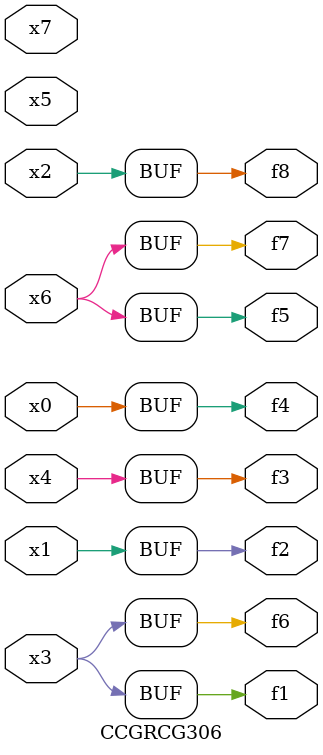
<source format=v>
module CCGRCG306(
	input x0, x1, x2, x3, x4, x5, x6, x7,
	output f1, f2, f3, f4, f5, f6, f7, f8
);
	assign f1 = x3;
	assign f2 = x1;
	assign f3 = x4;
	assign f4 = x0;
	assign f5 = x6;
	assign f6 = x3;
	assign f7 = x6;
	assign f8 = x2;
endmodule

</source>
